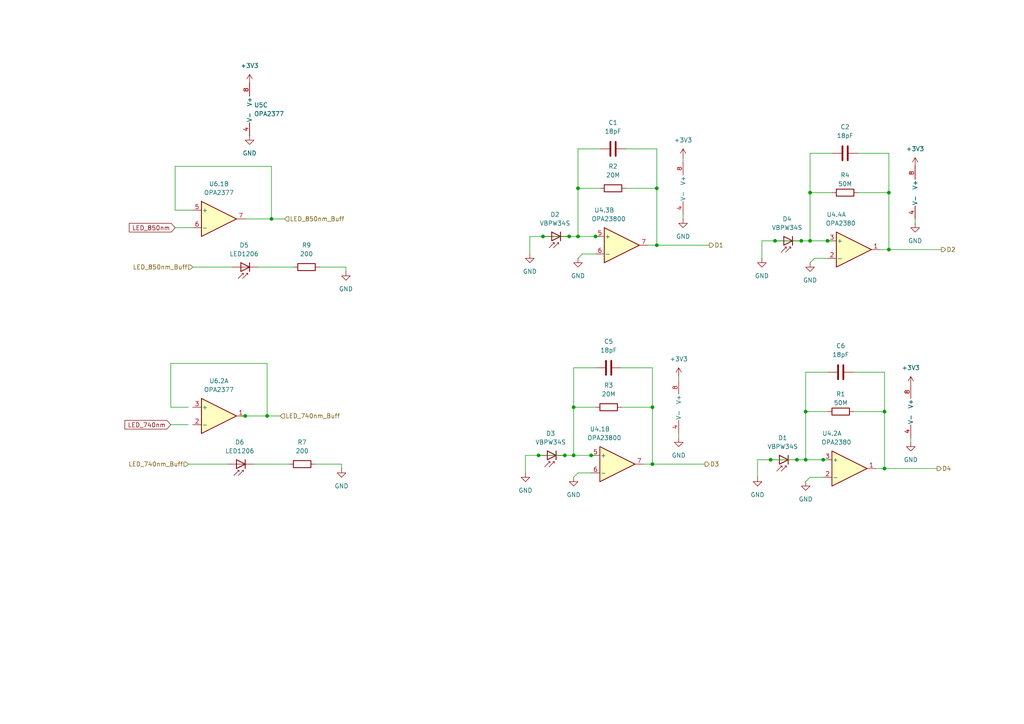
<source format=kicad_sch>
(kicad_sch (version 20250114) (generator "eeschema") (generator_version "9.0")
  (paper "A4")
  (lib_symbols
    (symbol "Amplifier_Operational:OPA2356xxD" (pin_names (offset 0.127))
      (property "Reference" "U" (at 0 5.08 0))
      (property "Value" "OPA2356xxD" (at 0 -5.08 0))
      (symbol "OPA2356xxD_1_1"
        (polyline (pts (xy -5.08 5.08) (xy 5.08 0) (xy -5.08 -5.08) (xy -5.08 5.08)) (stroke (width 0.254)) (fill (type background)))
        (pin input line (at -7.62 2.54 0) (length 2.54) (name "+") (number "3"))
        (pin input line (at -7.62 -2.54 0) (length 2.54) (name "-") (number "2"))
        (pin output line (at 7.62 0 180) (length 2.54) (name "~") (number "1"))
      )
      (symbol "OPA2356xxD_2_1"
        (polyline (pts (xy -5.08 5.08) (xy 5.08 0) (xy -5.08 -5.08) (xy -5.08 5.08)) (stroke (width 0.254)) (fill (type background)))
        (pin input line (at -7.62 2.54 0) (length 2.54) (name "+") (number "5"))
        (pin input line (at -7.62 -2.54 0) (length 2.54) (name "-") (number "6"))
        (pin output line (at 7.62 0 180) (length 2.54) (name "~") (number "7"))
      )
      (symbol "OPA2356xxD_3_1"
        (pin power_in line (at -2.54 7.62 270) (length 3.81) (name "V+") (number "8"))
        (pin power_in line (at -2.54 -7.62 90) (length 3.81) (name "V-") (number "4"))
      )
    )
    (symbol "Amplifier_Operational:TLV9062xD" (pin_names (offset 0.127))
      (property "Reference" "U" (at 2.54 6.35 0))
      (property "Value" "TLV9062xD" (at 2.54 3.81 0))
      (symbol "TLV9062xD_1_1"
        (polyline (pts (xy 5.08 0) (xy -5.08 5.08) (xy -5.08 -5.08) (xy 5.08 0)) (stroke (width 0.254)) (fill (type background)))
        (pin input line (at -7.62 2.54 0) (length 2.54) (name "+") (number "3"))
        (pin input line (at -7.62 -2.54 0) (length 2.54) (name "-") (number "2"))
        (pin output line (at 7.62 0 180) (length 2.54) (name "~") (number "1"))
      )
      (symbol "TLV9062xD_2_1"
        (polyline (pts (xy 5.08 0) (xy -5.08 5.08) (xy -5.08 -5.08) (xy 5.08 0)) (stroke (width 0.254)) (fill (type background)))
        (pin input line (at -7.62 2.54 0) (length 2.54) (name "+") (number "5"))
        (pin input line (at -7.62 -2.54 0) (length 2.54) (name "-") (number "6"))
        (pin output line (at 7.62 0 180) (length 2.54) (name "~") (number "7"))
      )
      (symbol "TLV9062xD_3_1"
        (pin power_in line (at 0 7.62 270) (length 3.81) (name "V+") (number "8"))
        (pin power_in line (at 0 -7.62 90) (length 3.81) (name "V-") (number "4"))
      )
    )
    (symbol "Device:C" (pin_numbers (hide yes)) (pin_names (offset 0.254))
      (property "Reference" "C" (at 0.635 2.54 0))
      (property "Value" "C" (at 0.635 -2.54 0))
      (symbol "C_0_1"
        (polyline (pts (xy -2.032 0.762) (xy 2.032 0.762)) (stroke (width 0.508)))
        (polyline (pts (xy -2.032 -0.762) (xy 2.032 -0.762)) (stroke (width 0.508)))
      )
      (symbol "C_1_1"
        (pin passive line (at 0 3.81 270) (length 2.794) (name "~") (number "1"))
        (pin passive line (at 0 -3.81 90) (length 2.794) (name "~") (number "2"))
      )
    )
    (symbol "Device:D_Photo" (pin_numbers (hide yes)) (pin_names (hide yes))
      (property "Reference" "D" (at 0.508 1.778 0))
      (property "Value" "D_Photo" (at -1.016 -2.794 0))
      (symbol "D_Photo_0_1"
        (polyline (pts (xy -2.54 1.27) (xy -2.54 -1.27)) (stroke (width 0.254)))
        (polyline (pts (xy -2.032 1.778) (xy -1.524 1.778)))
        (polyline (pts (xy -0.508 3.302) (xy -2.032 1.778) (xy -2.032 2.286)))
        (polyline (pts (xy 0 0) (xy -2.54 0)))
        (polyline (pts (xy 0 -1.27) (xy 0 1.27) (xy -2.54 0) (xy 0 -1.27)) (stroke (width 0.254)))
        (polyline (pts (xy 0.762 3.302) (xy -0.762 1.778) (xy -0.762 2.286) (xy -0.762 1.778) (xy -0.254 1.778)))
      )
      (symbol "D_Photo_1_1"
        (pin passive line (at -5.08 0 0) (length 2.54) (name "K") (number "1"))
        (pin passive line (at 2.54 0 180) (length 2.54) (name "A") (number "2"))
      )
    )
    (symbol "Device:R" (pin_numbers (hide yes)) (pin_names (offset 0))
      (property "Reference" "R" (at 2.032 0 90))
      (property "Value" "R" (at 0 0 90))
      (symbol "R_0_1"
        (rectangle (start -1.016 -2.54) (end 1.016 2.54) (stroke (width 0.254)))
      )
      (symbol "R_1_1"
        (pin passive line (at 0 3.81 270) (length 1.27) (name "~") (number "1"))
        (pin passive line (at 0 -3.81 90) (length 1.27) (name "~") (number "2"))
      )
    )
    (symbol "power:+3V3" (power) (pin_numbers (hide yes)) (pin_names (offset 0) (hide yes))
      (property "Value" "+3V3" (at 0 3.556 0))
      (symbol "+3V3_0_1"
        (polyline (pts (xy -0.762 1.27) (xy 0 2.54)))
        (polyline (pts (xy 0 2.54) (xy 0.762 1.27)))
        (polyline (pts (xy 0 0) (xy 0 2.54)))
      )
      (symbol "+3V3_1_1"
        (pin power_in line (at 0 0 90) (length 0) (name "~") (number "1"))
      )
    )
    (symbol "power:GND" (power) (pin_numbers (hide yes)) (pin_names (offset 0) (hide yes))
      (property "Value" "GND" (at 0 -3.81 0))
      (symbol "GND_0_1"
        (polyline (pts (xy 0 0) (xy 0 -1.27) (xy 1.27 -1.27) (xy 0 -2.54) (xy -1.27 -1.27) (xy 0 -1.27)))
      )
      (symbol "GND_1_1"
        (pin power_in line (at 0 0 270) (length 0) (name "~") (number "1"))
      )
    )
  )
  (junction (at 231.14 133.35))
  (junction (at 240.03 69.85))
  (junction (at 171.45 132.08))
  (junction (at 257.81 72.39))
  (junction (at 234.95 55.88))
  (junction (at 238.76 133.35))
  (junction (at 256.54 119.38))
  (junction (at 190.5 71.12))
  (junction (at 190.5 54.61))
  (junction (at 167.64 54.61))
  (junction (at 234.95 69.85))
  (junction (at 166.37 132.08))
  (junction (at 163.83 132.08))
  (junction (at 233.68 119.38))
  (junction (at 172.72 68.58))
  (junction (at 256.54 135.89))
  (junction (at 167.64 68.58))
  (junction (at 223.52 133.35))
  (junction (at 224.79 69.85))
  (junction (at 78.74 63.5))
  (junction (at 77.47 120.65))
  (junction (at 71.12 120.65))
  (junction (at 257.81 55.88))
  (junction (at 232.41 69.85))
  (junction (at 166.37 118.11))
  (junction (at 189.23 118.11))
  (junction (at 189.23 134.62))
  (junction (at 233.68 133.35))
  (junction (at 165.1 68.58))
  (junction (at 156.21 132.08))
  (junction (at 157.48 68.58))
  (wire (pts (xy 257.81 44.45) (xy 257.81 55.88)))
  (wire (pts (xy 74.93 77.47) (xy 85.09 77.47)))
  (wire (pts (xy 231.14 133.35) (xy 233.68 133.35)))
  (wire (pts (xy 73.66 134.62) (xy 83.82 134.62)))
  (wire (pts (xy 156.21 132.08) (xy 163.83 132.08)))
  (wire (pts (xy 49.53 105.41) (xy 77.47 105.41)))
  (wire (pts (xy 71.12 120.65) (xy 77.47 120.65)))
  (wire (pts (xy 220.98 69.85) (xy 224.79 69.85)))
  (wire (pts (xy 167.64 54.61) (xy 167.64 68.58)))
  (wire (pts (xy 238.76 138.43) (xy 234.95 138.43)))
  (wire (pts (xy 234.95 44.45) (xy 234.95 55.88)))
  (wire (pts (xy 167.64 43.18) (xy 167.64 54.61)))
  (wire (pts (xy 78.74 48.26) (xy 78.74 63.5)))
  (wire (pts (xy 167.64 54.61) (xy 173.99 54.61)))
  (wire (pts (xy 50.8 66.04) (xy 55.88 66.04)))
  (wire (pts (xy 166.37 106.68) (xy 166.37 118.11)))
  (wire (pts (xy 181.61 54.61) (xy 190.5 54.61)))
  (wire (pts (xy 181.61 43.18) (xy 190.5 43.18)))
  (wire (pts (xy 255.27 72.39) (xy 257.81 72.39)))
  (wire (pts (xy 157.48 68.58) (xy 165.1 68.58)))
  (wire (pts (xy 49.53 105.41) (xy 49.53 118.11)))
  (wire (pts (xy 77.47 105.41) (xy 77.47 120.65)))
  (wire (pts (xy 50.8 48.26) (xy 78.74 48.26)))
  (wire (pts (xy 190.5 43.18) (xy 190.5 54.61)))
  (wire (pts (xy 233.68 133.35) (xy 238.76 133.35)))
  (wire (pts (xy 234.95 55.88) (xy 234.95 69.85)))
  (wire (pts (xy 180.34 106.68) (xy 189.23 106.68)))
  (wire (pts (xy 247.65 119.38) (xy 256.54 119.38)))
  (wire (pts (xy 240.03 74.93) (xy 236.22 74.93)))
  (wire (pts (xy 69.85 120.65) (xy 71.12 120.65)))
  (wire (pts (xy 152.4 132.08) (xy 152.4 137.16)))
  (wire (pts (xy 54.61 134.62) (xy 66.04 134.62)))
  (wire (pts (xy 257.81 55.88) (xy 257.81 72.39)))
  (wire (pts (xy 236.22 74.93) (xy 234.95 76.2)))
  (wire (pts (xy 166.37 106.68) (xy 172.72 106.68)))
  (wire (pts (xy 163.83 132.08) (xy 166.37 132.08)))
  (wire (pts (xy 234.95 69.85) (xy 240.03 69.85)))
  (wire (pts (xy 100.33 77.47) (xy 100.33 78.74)))
  (wire (pts (xy 234.95 44.45) (xy 241.3 44.45)))
  (wire (pts (xy 92.71 77.47) (xy 100.33 77.47)))
  (wire (pts (xy 234.95 138.43) (xy 233.68 139.7)))
  (wire (pts (xy 198.12 62.23) (xy 198.12 63.5)))
  (wire (pts (xy 232.41 69.85) (xy 234.95 69.85)))
  (wire (pts (xy 189.23 118.11) (xy 189.23 134.62)))
  (wire (pts (xy 189.23 106.68) (xy 189.23 118.11)))
  (wire (pts (xy 171.45 132.08) (xy 172.72 132.08)))
  (wire (pts (xy 220.98 69.85) (xy 220.98 74.93)))
  (wire (pts (xy 152.4 132.08) (xy 156.21 132.08)))
  (wire (pts (xy 99.06 134.62) (xy 99.06 135.89)))
  (wire (pts (xy 233.68 119.38) (xy 233.68 133.35)))
  (wire (pts (xy 50.8 48.26) (xy 50.8 60.96)))
  (wire (pts (xy 186.69 134.62) (xy 189.23 134.62)))
  (wire (pts (xy 165.1 68.58) (xy 167.64 68.58)))
  (wire (pts (xy 256.54 135.89) (xy 271.78 135.89)))
  (wire (pts (xy 196.85 125.73) (xy 196.85 127)))
  (wire (pts (xy 50.8 60.96) (xy 55.88 60.96)))
  (wire (pts (xy 240.03 69.85) (xy 241.3 69.85)))
  (wire (pts (xy 168.91 73.66) (xy 167.64 74.93)))
  (wire (pts (xy 172.72 68.58) (xy 173.99 68.58)))
  (wire (pts (xy 248.92 55.88) (xy 257.81 55.88)))
  (wire (pts (xy 187.96 71.12) (xy 190.5 71.12)))
  (wire (pts (xy 166.37 118.11) (xy 166.37 132.08)))
  (wire (pts (xy 256.54 107.95) (xy 256.54 119.38)))
  (wire (pts (xy 219.71 133.35) (xy 219.71 138.43)))
  (wire (pts (xy 189.23 134.62) (xy 204.47 134.62)))
  (wire (pts (xy 234.95 55.88) (xy 241.3 55.88)))
  (wire (pts (xy 49.53 118.11) (xy 54.61 118.11)))
  (wire (pts (xy 153.67 68.58) (xy 157.48 68.58)))
  (wire (pts (xy 248.92 44.45) (xy 257.81 44.45)))
  (wire (pts (xy 77.47 120.65) (xy 81.28 120.65)))
  (wire (pts (xy 91.44 134.62) (xy 99.06 134.62)))
  (wire (pts (xy 166.37 118.11) (xy 172.72 118.11)))
  (wire (pts (xy 254 135.89) (xy 256.54 135.89)))
  (wire (pts (xy 233.68 107.95) (xy 233.68 119.38)))
  (wire (pts (xy 219.71 133.35) (xy 223.52 133.35)))
  (wire (pts (xy 196.85 109.22) (xy 196.85 110.49)))
  (wire (pts (xy 190.5 54.61) (xy 190.5 71.12)))
  (wire (pts (xy 265.43 63.5) (xy 265.43 64.77)))
  (wire (pts (xy 233.68 107.95) (xy 240.03 107.95)))
  (wire (pts (xy 190.5 71.12) (xy 205.74 71.12)))
  (wire (pts (xy 167.64 68.58) (xy 172.72 68.58)))
  (wire (pts (xy 172.72 73.66) (xy 168.91 73.66)))
  (wire (pts (xy 167.64 137.16) (xy 166.37 138.43)))
  (wire (pts (xy 238.76 133.35) (xy 240.03 133.35)))
  (wire (pts (xy 49.53 123.19) (xy 54.61 123.19)))
  (wire (pts (xy 55.88 77.47) (xy 67.31 77.47)))
  (wire (pts (xy 223.52 133.35) (xy 231.14 133.35)))
  (wire (pts (xy 78.74 63.5) (xy 82.55 63.5)))
  (wire (pts (xy 71.12 63.5) (xy 78.74 63.5)))
  (wire (pts (xy 180.34 118.11) (xy 189.23 118.11)))
  (wire (pts (xy 167.64 43.18) (xy 173.99 43.18)))
  (wire (pts (xy 257.81 72.39) (xy 273.05 72.39)))
  (wire (pts (xy 233.68 119.38) (xy 240.03 119.38)))
  (wire (pts (xy 153.67 68.58) (xy 153.67 73.66)))
  (wire (pts (xy 166.37 132.08) (xy 171.45 132.08)))
  (wire (pts (xy 247.65 107.95) (xy 256.54 107.95)))
  (wire (pts (xy 224.79 69.85) (xy 232.41 69.85)))
  (wire (pts (xy 264.16 127) (xy 264.16 128.27)))
  (wire (pts (xy 198.12 45.72) (xy 198.12 46.99)))
  (wire (pts (xy 171.45 137.16) (xy 167.64 137.16)))
  (wire (pts (xy 256.54 119.38) (xy 256.54 135.89)))
  (global_label "LED_850nm" (shape input) (at 50.8 66.04 180) (property "Intersheetrefs" "${INTERSHEET_REFS}" (effects (hide yes))))
  (global_label "LED_740nm" (shape input) (at 49.53 123.19 180) (property "Intersheetrefs" "${INTERSHEET_REFS}" (effects (hide yes))))
  (hierarchical_label "D2" (shape output) (at 273.05 72.39 0))
  (hierarchical_label "D4" (shape output) (at 271.78 135.89 0))
  (hierarchical_label "D1" (shape output) (at 205.74 71.12 0))
  (hierarchical_label "LED_740nm_Buff" (shape input) (at 81.28 120.65 0))
  (hierarchical_label "LED_740nm_Buff" (shape input) (at 54.61 134.62 180))
  (hierarchical_label "D3" (shape output) (at 204.47 134.62 0))
  (hierarchical_label "LED_850nm_Buff" (shape input) (at 55.88 77.47 180))
  (hierarchical_label "LED_850nm_Buff" (shape input) (at 82.55 63.5 0))
  (symbol (lib_id "Device:D_Photo") (at 69.85 77.47 180) (unit 1)
    (property "Reference" "D5" (at 70.8025 71.12 0))
    (property "Value" "LED1206" (at 70.8025 73.66 0))
    (property "Description" "Photodiode" (effects (hide yes)))
  )
  (symbol (lib_id "power:GND") (at 166.37 138.43 0) (unit 1)
    (property "Reference" "#PWR01" (effects (hide yes)))
    (property "Value" "GND" (at 166.37 143.51 0))
    (property "Description" "Power symbol creates a global label with name \"GND\" , ground" (effects (hide yes)))
  )
  (symbol (lib_id "power:GND") (at 100.33 78.74 0) (unit 1)
    (property "Reference" "#PWR020" (effects (hide yes)))
    (property "Value" "GND" (at 100.33 83.82 0))
    (property "Description" "Power symbol creates a global label with name \"GND\" , ground" (effects (hide yes)))
  )
  (symbol (lib_id "Device:R") (at 243.84 119.38 90) (unit 1)
    (property "Reference" "R1" (at 243.84 114.3 90))
    (property "Value" "50M" (at 243.84 116.84 90))
    (property "Description" "Resistor" (effects (hide yes)))
  )
  (symbol (lib_id "Device:D_Photo") (at 68.58 134.62 180) (unit 1)
    (property "Reference" "D6" (at 69.5325 128.27 0))
    (property "Value" "LED1206" (at 69.5325 130.81 0))
    (property "Description" "Photodiode" (effects (hide yes)))
  )
  (symbol (lib_id "power:GND") (at 265.43 64.77 0) (unit 1)
    (property "Reference" "#PWR016" (effects (hide yes)))
    (property "Value" "GND" (at 265.43 69.85 0))
    (property "Description" "Power symbol creates a global label with name \"GND\" , ground" (effects (hide yes)))
  )
  (symbol (lib_id "Amplifier_Operational:TLV9062xD") (at 264.16 119.38 0) (unit 3)
    (property "Reference" "U2" (effects (hide yes)))
    (property "Value" "TLV9062xD" (effects (hide yes)))
    (property "Footprint" "Package_SO:SOIC-8_3.9x4.9mm_P1.27mm" (effects (hide yes)))
    (property "Datasheet" "https://www.ti.com/lit/ds/symlink/tlv9062.pdf" (effects (hide yes)))
    (property "Description" "Dual operational amplifier, 300 uV Offset, SOIC-8" (effects (hide yes)))
  )
  (symbol (lib_id "Device:R") (at 87.63 134.62 270) (unit 1)
    (property "Reference" "R7" (at 87.63 128.27 90))
    (property "Value" "200" (at 87.63 130.81 90))
    (property "Description" "Resistor" (effects (hide yes)))
  )
  (symbol (lib_id "Device:C") (at 177.8 43.18 270) (unit 1)
    (property "Reference" "C1" (at 177.8 35.56 90))
    (property "Value" "18pF" (at 177.8 38.1 90))
    (property "Description" "Unpolarized capacitor" (effects (hide yes)))
  )
  (symbol (lib_id "Amplifier_Operational:TLV9062xD") (at 247.65 72.39 0) (unit 1)
    (property "Reference" "U4.4" (at 242.57 62.23 0))
    (property "Value" "OPA2380" (at 243.84 64.77 0))
    (property "Footprint" "Package_SO:SOIC-8_3.9x4.9mm_P1.27mm" (effects (hide yes)))
    (property "Datasheet" "https://www.ti.com/lit/ds/symlink/tlv9062.pdf" (effects (hide yes)))
    (property "Description" "Dual operational amplifier, 300 uV Offset, SOIC-8" (effects (hide yes)))
  )
  (symbol (lib_id "power:+3V3") (at 264.16 111.76 0) (unit 1)
    (property "Reference" "#PWR02" (effects (hide yes)))
    (property "Value" "+3V3" (at 264.16 106.68 0))
    (property "Description" "Power symbol creates a global label with name \"+3V3\"" (effects (hide yes)))
  )
  (symbol (lib_id "Amplifier_Operational:OPA2356xxD") (at 63.5 63.5 0) (unit 2)
    (property "Reference" "U6.1" (at 63.5 53.34 0))
    (property "Value" "OPA2377" (at 63.5 55.88 0))
    (property "Datasheet" "http://www.ti.com/lit/ds/symlink/opa2356.pdf" (effects (hide yes)))
    (property "Description" "Dual High Speed CMOS Operational Amplifiers, SOIC-8" (effects (hide yes)))
  )
  (symbol (lib_id "power:+3V3") (at 198.12 45.72 0) (unit 1)
    (property "Reference" "#PWR011" (effects (hide yes)))
    (property "Value" "+3V3" (at 198.12 40.64 0))
    (property "Description" "Power symbol creates a global label with name \"+3V3\"" (effects (hide yes)))
  )
  (symbol (lib_id "Device:R") (at 177.8 54.61 90) (unit 1)
    (property "Reference" "R2" (at 177.8 48.26 90))
    (property "Value" "20M" (at 177.8 50.8 90))
    (property "Description" "Resistor" (effects (hide yes)))
  )
  (symbol (lib_id "Device:D_Photo") (at 160.02 68.58 180) (unit 1)
    (property "Reference" "D2" (at 160.9725 62.23 0))
    (property "Value" "VBPW34S" (at 160.9725 64.77 0))
    (property "Description" "Photodiode" (effects (hide yes)))
  )
  (symbol (lib_id "power:GND") (at 220.98 74.93 0) (unit 1)
    (property "Reference" "#PWR013" (effects (hide yes)))
    (property "Value" "GND" (at 220.98 80.01 0))
    (property "Description" "Power symbol creates a global label with name \"GND\" , ground" (effects (hide yes)))
  )
  (symbol (lib_id "Device:R") (at 245.11 55.88 90) (unit 1)
    (property "Reference" "R4" (at 245.11 50.8 90))
    (property "Value" "50M" (at 245.11 53.34 90))
    (property "Description" "Resistor" (effects (hide yes)))
  )
  (symbol (lib_id "power:GND") (at 99.06 135.89 0) (unit 1)
    (property "Reference" "#PWR019" (effects (hide yes)))
    (property "Value" "GND" (at 99.06 140.97 0))
    (property "Description" "Power symbol creates a global label with name \"GND\" , ground" (effects (hide yes)))
  )
  (symbol (lib_id "Device:C") (at 245.11 44.45 270) (unit 1)
    (property "Reference" "C2" (at 245.11 36.83 90))
    (property "Value" "18pF" (at 245.11 39.37 90))
    (property "Description" "Unpolarized capacitor" (effects (hide yes)))
  )
  (symbol (lib_id "Amplifier_Operational:TLV9062xD") (at 198.12 54.61 0) (unit 3)
    (property "Reference" "U3" (effects (hide yes)))
    (property "Value" "TLV9062xD" (effects (hide yes)))
    (property "Footprint" "Package_SO:SOIC-8_3.9x4.9mm_P1.27mm" (effects (hide yes)))
    (property "Datasheet" "https://www.ti.com/lit/ds/symlink/tlv9062.pdf" (effects (hide yes)))
    (property "Description" "Dual operational amplifier, 300 uV Offset, SOIC-8" (effects (hide yes)))
  )
  (symbol (lib_id "Amplifier_Operational:OPA2356xxD") (at 74.93 31.75 0) (unit 3)
    (property "Reference" "U5" (at 73.66 30.4799 0) (effects (justify left)))
    (property "Value" "OPA2377" (at 73.66 33.0199 0) (effects (justify left)))
    (property "Datasheet" "http://www.ti.com/lit/ds/symlink/opa2356.pdf" (effects (hide yes)))
    (property "Description" "Dual High Speed CMOS Operational Amplifiers, SOIC-8" (effects (hide yes)))
  )
  (symbol (lib_id "power:+3V3") (at 72.39 24.13 0) (unit 1)
    (property "Reference" "#PWR017" (effects (hide yes)))
    (property "Value" "+3V3" (at 72.39 19.05 0))
    (property "Description" "Power symbol creates a global label with name \"+3V3\"" (effects (hide yes)))
  )
  (symbol (lib_id "Amplifier_Operational:TLV9062xD") (at 180.34 71.12 0) (unit 2)
    (property "Reference" "U4.3" (at 175.26 60.96 0))
    (property "Value" "OPA23800" (at 176.53 63.5 0))
    (property "Footprint" "Package_SO:SOIC-8_3.9x4.9mm_P1.27mm" (effects (hide yes)))
    (property "Datasheet" "https://www.ti.com/lit/ds/symlink/tlv9062.pdf" (effects (hide yes)))
    (property "Description" "Dual operational amplifier, 300 uV Offset, SOIC-8" (effects (hide yes)))
  )
  (symbol (lib_id "Amplifier_Operational:TLV9062xD") (at 196.85 118.11 0) (unit 3)
    (property "Reference" "U1" (effects (hide yes)))
    (property "Value" "TLV9062xD" (effects (hide yes)))
    (property "Footprint" "Package_SO:SOIC-8_3.9x4.9mm_P1.27mm" (effects (hide yes)))
    (property "Datasheet" "https://www.ti.com/lit/ds/symlink/tlv9062.pdf" (effects (hide yes)))
    (property "Description" "Dual operational amplifier, 300 uV Offset, SOIC-8" (effects (hide yes)))
  )
  (symbol (lib_id "Device:C") (at 243.84 107.95 270) (unit 1)
    (property "Reference" "C6" (at 243.84 100.33 90))
    (property "Value" "18pF" (at 243.84 102.87 90))
    (property "Description" "Unpolarized capacitor" (effects (hide yes)))
  )
  (symbol (lib_id "Amplifier_Operational:TLV9062xD") (at 246.38 135.89 0) (unit 1)
    (property "Reference" "U4.2" (at 241.3 125.73 0))
    (property "Value" "OPA2380" (at 242.57 128.27 0))
    (property "Footprint" "Package_SO:SOIC-8_3.9x4.9mm_P1.27mm" (effects (hide yes)))
    (property "Datasheet" "https://www.ti.com/lit/ds/symlink/tlv9062.pdf" (effects (hide yes)))
    (property "Description" "Dual operational amplifier, 300 uV Offset, SOIC-8" (effects (hide yes)))
  )
  (symbol (lib_id "Device:C") (at 176.53 106.68 270) (unit 1)
    (property "Reference" "C5" (at 176.53 99.06 90))
    (property "Value" "18pF" (at 176.53 101.6 90))
    (property "Description" "Unpolarized capacitor" (effects (hide yes)))
  )
  (symbol (lib_id "power:GND") (at 198.12 63.5 0) (unit 1)
    (property "Reference" "#PWR012" (effects (hide yes)))
    (property "Value" "GND" (at 198.12 68.58 0))
    (property "Description" "Power symbol creates a global label with name \"GND\" , ground" (effects (hide yes)))
  )
  (symbol (lib_id "power:GND") (at 153.67 73.66 0) (unit 1)
    (property "Reference" "#PWR05" (effects (hide yes)))
    (property "Value" "GND" (at 153.67 78.74 0))
    (property "Description" "Power symbol creates a global label with name \"GND\" , ground" (effects (hide yes)))
  )
  (symbol (lib_id "Amplifier_Operational:OPA2356xxD") (at 63.5 120.65 0) (unit 1)
    (property "Reference" "U6.2" (at 63.5 110.49 0))
    (property "Value" "OPA2377" (at 63.5 113.03 0))
    (property "Datasheet" "http://www.ti.com/lit/ds/symlink/opa2356.pdf" (effects (hide yes)))
    (property "Description" "Dual High Speed CMOS Operational Amplifiers, SOIC-8" (effects (hide yes)))
  )
  (symbol (lib_id "Device:D_Photo") (at 158.75 132.08 180) (unit 1)
    (property "Reference" "D3" (at 159.7025 125.73 0))
    (property "Value" "VBPW34S" (at 159.7025 128.27 0))
    (property "Description" "Photodiode" (effects (hide yes)))
  )
  (symbol (lib_id "Amplifier_Operational:TLV9062xD") (at 179.07 134.62 0) (unit 2)
    (property "Reference" "U4.1" (at 173.99 124.46 0))
    (property "Value" "OPA23800" (at 175.26 127 0))
    (property "Footprint" "Package_SO:SOIC-8_3.9x4.9mm_P1.27mm" (effects (hide yes)))
    (property "Datasheet" "https://www.ti.com/lit/ds/symlink/tlv9062.pdf" (effects (hide yes)))
    (property "Description" "Dual operational amplifier, 300 uV Offset, SOIC-8" (effects (hide yes)))
  )
  (symbol (lib_id "power:GND") (at 167.64 74.93 0) (unit 1)
    (property "Reference" "#PWR010" (effects (hide yes)))
    (property "Value" "GND" (at 167.64 80.01 0))
    (property "Description" "Power symbol creates a global label with name \"GND\" , ground" (effects (hide yes)))
  )
  (symbol (lib_id "power:GND") (at 219.71 138.43 0) (unit 1)
    (property "Reference" "#PWR07" (effects (hide yes)))
    (property "Value" "GND" (at 219.71 143.51 0))
    (property "Description" "Power symbol creates a global label with name \"GND\" , ground" (effects (hide yes)))
  )
  (symbol (lib_id "power:GND") (at 233.68 139.7 0) (unit 1)
    (property "Reference" "#PWR08" (effects (hide yes)))
    (property "Value" "GND" (at 233.68 144.78 0))
    (property "Description" "Power symbol creates a global label with name \"GND\" , ground" (effects (hide yes)))
  )
  (symbol (lib_id "power:GND") (at 72.39 39.37 0) (unit 1)
    (property "Reference" "#PWR018" (effects (hide yes)))
    (property "Value" "GND" (at 72.39 44.45 0))
    (property "Description" "Power symbol creates a global label with name \"GND\" , ground" (effects (hide yes)))
  )
  (symbol (lib_id "Device:R") (at 176.53 118.11 90) (unit 1)
    (property "Reference" "R3" (at 176.53 111.76 90))
    (property "Value" "20M" (at 176.53 114.3 90))
    (property "Description" "Resistor" (effects (hide yes)))
  )
  (symbol (lib_id "Device:D_Photo") (at 227.33 69.85 180) (unit 1)
    (property "Reference" "D4" (at 228.2825 63.5 0))
    (property "Value" "VBPW34S" (at 228.2825 66.04 0))
    (property "Description" "Photodiode" (effects (hide yes)))
  )
  (symbol (lib_id "power:GND") (at 152.4 137.16 0) (unit 1)
    (property "Reference" "#PWR04" (effects (hide yes)))
    (property "Value" "GND" (at 152.4 142.24 0))
    (property "Description" "Power symbol creates a global label with name \"GND\" , ground" (effects (hide yes)))
  )
  (symbol (lib_id "Amplifier_Operational:TLV9062xD") (at 265.43 55.88 0) (unit 3)
    (property "Reference" "U4" (effects (hide yes)))
    (property "Value" "TLV9062xD" (effects (hide yes)))
    (property "Footprint" "Package_SO:SOIC-8_3.9x4.9mm_P1.27mm" (effects (hide yes)))
    (property "Datasheet" "https://www.ti.com/lit/ds/symlink/tlv9062.pdf" (effects (hide yes)))
    (property "Description" "Dual operational amplifier, 300 uV Offset, SOIC-8" (effects (hide yes)))
  )
  (symbol (lib_id "power:+3V3") (at 265.43 48.26 0) (unit 1)
    (property "Reference" "#PWR015" (effects (hide yes)))
    (property "Value" "+3V3" (at 265.43 43.18 0))
    (property "Description" "Power symbol creates a global label with name \"+3V3\"" (effects (hide yes)))
  )
  (symbol (lib_id "power:GND") (at 264.16 128.27 0) (unit 1)
    (property "Reference" "#PWR09" (effects (hide yes)))
    (property "Value" "GND" (at 264.16 133.35 0))
    (property "Description" "Power symbol creates a global label with name \"GND\" , ground" (effects (hide yes)))
  )
  (symbol (lib_id "power:GND") (at 196.85 127 0) (unit 1)
    (property "Reference" "#PWR03" (effects (hide yes)))
    (property "Value" "GND" (at 196.85 132.08 0))
    (property "Description" "Power symbol creates a global label with name \"GND\" , ground" (effects (hide yes)))
  )
  (symbol (lib_id "Device:D_Photo") (at 226.06 133.35 180) (unit 1)
    (property "Reference" "D1" (at 227.0125 127 0))
    (property "Value" "VBPW34S" (at 227.0125 129.54 0))
    (property "Description" "Photodiode" (effects (hide yes)))
  )
  (symbol (lib_id "power:+3V3") (at 196.85 109.22 0) (unit 1)
    (property "Reference" "#PWR06" (effects (hide yes)))
    (property "Value" "+3V3" (at 196.85 104.14 0))
    (property "Description" "Power symbol creates a global label with name \"+3V3\"" (effects (hide yes)))
  )
  (symbol (lib_id "Device:R") (at 88.9 77.47 270) (unit 1)
    (property "Reference" "R9" (at 88.9 71.12 90))
    (property "Value" "200" (at 88.9 73.66 90))
    (property "Description" "Resistor" (effects (hide yes)))
  )
  (symbol (lib_id "power:GND") (at 234.95 76.2 0) (unit 1)
    (property "Reference" "#PWR014" (effects (hide yes)))
    (property "Value" "GND" (at 234.95 81.28 0))
    (property "Description" "Power symbol creates a global label with name \"GND\" , ground" (effects (hide yes)))
  )
)
</source>
